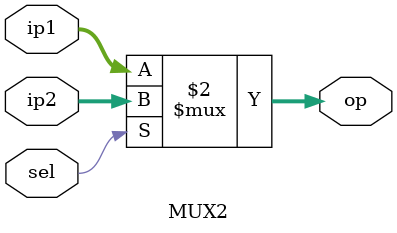
<source format=v>
`timescale 1ns / 1ps
module MUX2(
    input [7:0] ip1,
    input [7:0] ip2,
    input sel,
    output [7:0] op
    );

assign op =(sel==0) ? ip1:ip2;

endmodule

</source>
